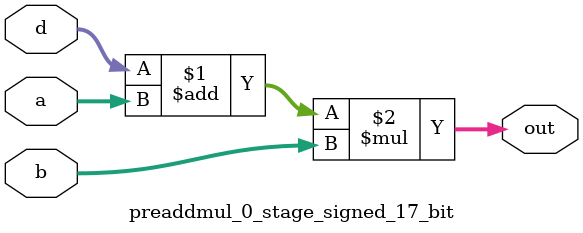
<source format=sv>
(* use_dsp = "yes" *) module preaddmul_0_stage_signed_17_bit(
	input signed [16:0] a,
	input signed [16:0] b,
	input signed [16:0] d,
	output [16:0] out
	);

	assign out = (d + a) * b;
endmodule

</source>
